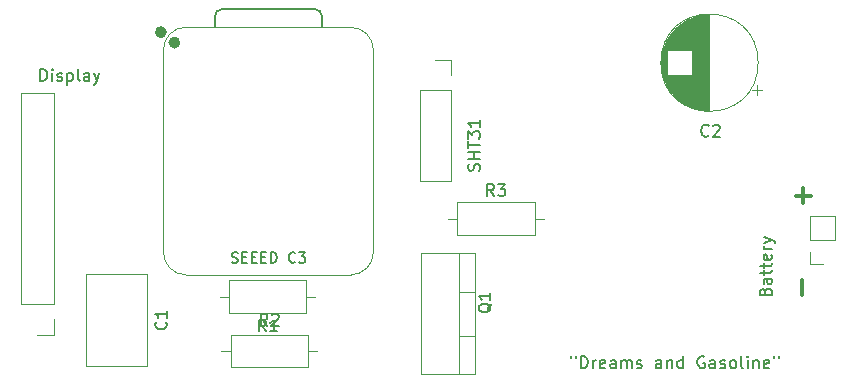
<source format=gbr>
G04 #@! TF.GenerationSoftware,KiCad,Pcbnew,9.0.4*
G04 #@! TF.CreationDate,2026-01-27T17:59:56-08:00*
G04 #@! TF.ProjectId,e-ink_PCB,652d696e-6b5f-4504-9342-2e6b69636164,rev?*
G04 #@! TF.SameCoordinates,Original*
G04 #@! TF.FileFunction,Legend,Top*
G04 #@! TF.FilePolarity,Positive*
%FSLAX46Y46*%
G04 Gerber Fmt 4.6, Leading zero omitted, Abs format (unit mm)*
G04 Created by KiCad (PCBNEW 9.0.4) date 2026-01-27 17:59:56*
%MOMM*%
%LPD*%
G01*
G04 APERTURE LIST*
%ADD10C,0.150000*%
%ADD11C,0.152400*%
%ADD12C,0.330200*%
%ADD13C,0.100000*%
%ADD14C,0.127000*%
%ADD15C,0.504000*%
%ADD16C,0.120000*%
G04 APERTURE END LIST*
D10*
X76747619Y-98054819D02*
X76747619Y-97054819D01*
X76747619Y-97054819D02*
X76985714Y-97054819D01*
X76985714Y-97054819D02*
X77128571Y-97102438D01*
X77128571Y-97102438D02*
X77223809Y-97197676D01*
X77223809Y-97197676D02*
X77271428Y-97292914D01*
X77271428Y-97292914D02*
X77319047Y-97483390D01*
X77319047Y-97483390D02*
X77319047Y-97626247D01*
X77319047Y-97626247D02*
X77271428Y-97816723D01*
X77271428Y-97816723D02*
X77223809Y-97911961D01*
X77223809Y-97911961D02*
X77128571Y-98007200D01*
X77128571Y-98007200D02*
X76985714Y-98054819D01*
X76985714Y-98054819D02*
X76747619Y-98054819D01*
X77747619Y-98054819D02*
X77747619Y-97388152D01*
X77747619Y-97054819D02*
X77700000Y-97102438D01*
X77700000Y-97102438D02*
X77747619Y-97150057D01*
X77747619Y-97150057D02*
X77795238Y-97102438D01*
X77795238Y-97102438D02*
X77747619Y-97054819D01*
X77747619Y-97054819D02*
X77747619Y-97150057D01*
X78176190Y-98007200D02*
X78271428Y-98054819D01*
X78271428Y-98054819D02*
X78461904Y-98054819D01*
X78461904Y-98054819D02*
X78557142Y-98007200D01*
X78557142Y-98007200D02*
X78604761Y-97911961D01*
X78604761Y-97911961D02*
X78604761Y-97864342D01*
X78604761Y-97864342D02*
X78557142Y-97769104D01*
X78557142Y-97769104D02*
X78461904Y-97721485D01*
X78461904Y-97721485D02*
X78319047Y-97721485D01*
X78319047Y-97721485D02*
X78223809Y-97673866D01*
X78223809Y-97673866D02*
X78176190Y-97578628D01*
X78176190Y-97578628D02*
X78176190Y-97531009D01*
X78176190Y-97531009D02*
X78223809Y-97435771D01*
X78223809Y-97435771D02*
X78319047Y-97388152D01*
X78319047Y-97388152D02*
X78461904Y-97388152D01*
X78461904Y-97388152D02*
X78557142Y-97435771D01*
X79033333Y-97388152D02*
X79033333Y-98388152D01*
X79033333Y-97435771D02*
X79128571Y-97388152D01*
X79128571Y-97388152D02*
X79319047Y-97388152D01*
X79319047Y-97388152D02*
X79414285Y-97435771D01*
X79414285Y-97435771D02*
X79461904Y-97483390D01*
X79461904Y-97483390D02*
X79509523Y-97578628D01*
X79509523Y-97578628D02*
X79509523Y-97864342D01*
X79509523Y-97864342D02*
X79461904Y-97959580D01*
X79461904Y-97959580D02*
X79414285Y-98007200D01*
X79414285Y-98007200D02*
X79319047Y-98054819D01*
X79319047Y-98054819D02*
X79128571Y-98054819D01*
X79128571Y-98054819D02*
X79033333Y-98007200D01*
X80080952Y-98054819D02*
X79985714Y-98007200D01*
X79985714Y-98007200D02*
X79938095Y-97911961D01*
X79938095Y-97911961D02*
X79938095Y-97054819D01*
X80890476Y-98054819D02*
X80890476Y-97531009D01*
X80890476Y-97531009D02*
X80842857Y-97435771D01*
X80842857Y-97435771D02*
X80747619Y-97388152D01*
X80747619Y-97388152D02*
X80557143Y-97388152D01*
X80557143Y-97388152D02*
X80461905Y-97435771D01*
X80890476Y-98007200D02*
X80795238Y-98054819D01*
X80795238Y-98054819D02*
X80557143Y-98054819D01*
X80557143Y-98054819D02*
X80461905Y-98007200D01*
X80461905Y-98007200D02*
X80414286Y-97911961D01*
X80414286Y-97911961D02*
X80414286Y-97816723D01*
X80414286Y-97816723D02*
X80461905Y-97721485D01*
X80461905Y-97721485D02*
X80557143Y-97673866D01*
X80557143Y-97673866D02*
X80795238Y-97673866D01*
X80795238Y-97673866D02*
X80890476Y-97626247D01*
X81271429Y-97388152D02*
X81509524Y-98054819D01*
X81747619Y-97388152D02*
X81509524Y-98054819D01*
X81509524Y-98054819D02*
X81414286Y-98292914D01*
X81414286Y-98292914D02*
X81366667Y-98340533D01*
X81366667Y-98340533D02*
X81271429Y-98388152D01*
D11*
X121693786Y-121351735D02*
X121693786Y-121545259D01*
X122080834Y-121351735D02*
X122080834Y-121545259D01*
X122516262Y-122367735D02*
X122516262Y-121351735D01*
X122516262Y-121351735D02*
X122758167Y-121351735D01*
X122758167Y-121351735D02*
X122903310Y-121400116D01*
X122903310Y-121400116D02*
X123000072Y-121496878D01*
X123000072Y-121496878D02*
X123048453Y-121593640D01*
X123048453Y-121593640D02*
X123096834Y-121787164D01*
X123096834Y-121787164D02*
X123096834Y-121932307D01*
X123096834Y-121932307D02*
X123048453Y-122125831D01*
X123048453Y-122125831D02*
X123000072Y-122222593D01*
X123000072Y-122222593D02*
X122903310Y-122319355D01*
X122903310Y-122319355D02*
X122758167Y-122367735D01*
X122758167Y-122367735D02*
X122516262Y-122367735D01*
X123532262Y-122367735D02*
X123532262Y-121690402D01*
X123532262Y-121883926D02*
X123580643Y-121787164D01*
X123580643Y-121787164D02*
X123629024Y-121738783D01*
X123629024Y-121738783D02*
X123725786Y-121690402D01*
X123725786Y-121690402D02*
X123822548Y-121690402D01*
X124548262Y-122319355D02*
X124451500Y-122367735D01*
X124451500Y-122367735D02*
X124257976Y-122367735D01*
X124257976Y-122367735D02*
X124161214Y-122319355D01*
X124161214Y-122319355D02*
X124112833Y-122222593D01*
X124112833Y-122222593D02*
X124112833Y-121835545D01*
X124112833Y-121835545D02*
X124161214Y-121738783D01*
X124161214Y-121738783D02*
X124257976Y-121690402D01*
X124257976Y-121690402D02*
X124451500Y-121690402D01*
X124451500Y-121690402D02*
X124548262Y-121738783D01*
X124548262Y-121738783D02*
X124596643Y-121835545D01*
X124596643Y-121835545D02*
X124596643Y-121932307D01*
X124596643Y-121932307D02*
X124112833Y-122029069D01*
X125467500Y-122367735D02*
X125467500Y-121835545D01*
X125467500Y-121835545D02*
X125419119Y-121738783D01*
X125419119Y-121738783D02*
X125322357Y-121690402D01*
X125322357Y-121690402D02*
X125128833Y-121690402D01*
X125128833Y-121690402D02*
X125032071Y-121738783D01*
X125467500Y-122319355D02*
X125370738Y-122367735D01*
X125370738Y-122367735D02*
X125128833Y-122367735D01*
X125128833Y-122367735D02*
X125032071Y-122319355D01*
X125032071Y-122319355D02*
X124983690Y-122222593D01*
X124983690Y-122222593D02*
X124983690Y-122125831D01*
X124983690Y-122125831D02*
X125032071Y-122029069D01*
X125032071Y-122029069D02*
X125128833Y-121980688D01*
X125128833Y-121980688D02*
X125370738Y-121980688D01*
X125370738Y-121980688D02*
X125467500Y-121932307D01*
X125951309Y-122367735D02*
X125951309Y-121690402D01*
X125951309Y-121787164D02*
X125999690Y-121738783D01*
X125999690Y-121738783D02*
X126096452Y-121690402D01*
X126096452Y-121690402D02*
X126241595Y-121690402D01*
X126241595Y-121690402D02*
X126338357Y-121738783D01*
X126338357Y-121738783D02*
X126386738Y-121835545D01*
X126386738Y-121835545D02*
X126386738Y-122367735D01*
X126386738Y-121835545D02*
X126435119Y-121738783D01*
X126435119Y-121738783D02*
X126531881Y-121690402D01*
X126531881Y-121690402D02*
X126677024Y-121690402D01*
X126677024Y-121690402D02*
X126773785Y-121738783D01*
X126773785Y-121738783D02*
X126822166Y-121835545D01*
X126822166Y-121835545D02*
X126822166Y-122367735D01*
X127257595Y-122319355D02*
X127354357Y-122367735D01*
X127354357Y-122367735D02*
X127547881Y-122367735D01*
X127547881Y-122367735D02*
X127644643Y-122319355D01*
X127644643Y-122319355D02*
X127693024Y-122222593D01*
X127693024Y-122222593D02*
X127693024Y-122174212D01*
X127693024Y-122174212D02*
X127644643Y-122077450D01*
X127644643Y-122077450D02*
X127547881Y-122029069D01*
X127547881Y-122029069D02*
X127402738Y-122029069D01*
X127402738Y-122029069D02*
X127305976Y-121980688D01*
X127305976Y-121980688D02*
X127257595Y-121883926D01*
X127257595Y-121883926D02*
X127257595Y-121835545D01*
X127257595Y-121835545D02*
X127305976Y-121738783D01*
X127305976Y-121738783D02*
X127402738Y-121690402D01*
X127402738Y-121690402D02*
X127547881Y-121690402D01*
X127547881Y-121690402D02*
X127644643Y-121738783D01*
X129337976Y-122367735D02*
X129337976Y-121835545D01*
X129337976Y-121835545D02*
X129289595Y-121738783D01*
X129289595Y-121738783D02*
X129192833Y-121690402D01*
X129192833Y-121690402D02*
X128999309Y-121690402D01*
X128999309Y-121690402D02*
X128902547Y-121738783D01*
X129337976Y-122319355D02*
X129241214Y-122367735D01*
X129241214Y-122367735D02*
X128999309Y-122367735D01*
X128999309Y-122367735D02*
X128902547Y-122319355D01*
X128902547Y-122319355D02*
X128854166Y-122222593D01*
X128854166Y-122222593D02*
X128854166Y-122125831D01*
X128854166Y-122125831D02*
X128902547Y-122029069D01*
X128902547Y-122029069D02*
X128999309Y-121980688D01*
X128999309Y-121980688D02*
X129241214Y-121980688D01*
X129241214Y-121980688D02*
X129337976Y-121932307D01*
X129821785Y-121690402D02*
X129821785Y-122367735D01*
X129821785Y-121787164D02*
X129870166Y-121738783D01*
X129870166Y-121738783D02*
X129966928Y-121690402D01*
X129966928Y-121690402D02*
X130112071Y-121690402D01*
X130112071Y-121690402D02*
X130208833Y-121738783D01*
X130208833Y-121738783D02*
X130257214Y-121835545D01*
X130257214Y-121835545D02*
X130257214Y-122367735D01*
X131176452Y-122367735D02*
X131176452Y-121351735D01*
X131176452Y-122319355D02*
X131079690Y-122367735D01*
X131079690Y-122367735D02*
X130886166Y-122367735D01*
X130886166Y-122367735D02*
X130789404Y-122319355D01*
X130789404Y-122319355D02*
X130741023Y-122270974D01*
X130741023Y-122270974D02*
X130692642Y-122174212D01*
X130692642Y-122174212D02*
X130692642Y-121883926D01*
X130692642Y-121883926D02*
X130741023Y-121787164D01*
X130741023Y-121787164D02*
X130789404Y-121738783D01*
X130789404Y-121738783D02*
X130886166Y-121690402D01*
X130886166Y-121690402D02*
X131079690Y-121690402D01*
X131079690Y-121690402D02*
X131176452Y-121738783D01*
X132966547Y-121400116D02*
X132869785Y-121351735D01*
X132869785Y-121351735D02*
X132724642Y-121351735D01*
X132724642Y-121351735D02*
X132579499Y-121400116D01*
X132579499Y-121400116D02*
X132482737Y-121496878D01*
X132482737Y-121496878D02*
X132434356Y-121593640D01*
X132434356Y-121593640D02*
X132385975Y-121787164D01*
X132385975Y-121787164D02*
X132385975Y-121932307D01*
X132385975Y-121932307D02*
X132434356Y-122125831D01*
X132434356Y-122125831D02*
X132482737Y-122222593D01*
X132482737Y-122222593D02*
X132579499Y-122319355D01*
X132579499Y-122319355D02*
X132724642Y-122367735D01*
X132724642Y-122367735D02*
X132821404Y-122367735D01*
X132821404Y-122367735D02*
X132966547Y-122319355D01*
X132966547Y-122319355D02*
X133014928Y-122270974D01*
X133014928Y-122270974D02*
X133014928Y-121932307D01*
X133014928Y-121932307D02*
X132821404Y-121932307D01*
X133885785Y-122367735D02*
X133885785Y-121835545D01*
X133885785Y-121835545D02*
X133837404Y-121738783D01*
X133837404Y-121738783D02*
X133740642Y-121690402D01*
X133740642Y-121690402D02*
X133547118Y-121690402D01*
X133547118Y-121690402D02*
X133450356Y-121738783D01*
X133885785Y-122319355D02*
X133789023Y-122367735D01*
X133789023Y-122367735D02*
X133547118Y-122367735D01*
X133547118Y-122367735D02*
X133450356Y-122319355D01*
X133450356Y-122319355D02*
X133401975Y-122222593D01*
X133401975Y-122222593D02*
X133401975Y-122125831D01*
X133401975Y-122125831D02*
X133450356Y-122029069D01*
X133450356Y-122029069D02*
X133547118Y-121980688D01*
X133547118Y-121980688D02*
X133789023Y-121980688D01*
X133789023Y-121980688D02*
X133885785Y-121932307D01*
X134321213Y-122319355D02*
X134417975Y-122367735D01*
X134417975Y-122367735D02*
X134611499Y-122367735D01*
X134611499Y-122367735D02*
X134708261Y-122319355D01*
X134708261Y-122319355D02*
X134756642Y-122222593D01*
X134756642Y-122222593D02*
X134756642Y-122174212D01*
X134756642Y-122174212D02*
X134708261Y-122077450D01*
X134708261Y-122077450D02*
X134611499Y-122029069D01*
X134611499Y-122029069D02*
X134466356Y-122029069D01*
X134466356Y-122029069D02*
X134369594Y-121980688D01*
X134369594Y-121980688D02*
X134321213Y-121883926D01*
X134321213Y-121883926D02*
X134321213Y-121835545D01*
X134321213Y-121835545D02*
X134369594Y-121738783D01*
X134369594Y-121738783D02*
X134466356Y-121690402D01*
X134466356Y-121690402D02*
X134611499Y-121690402D01*
X134611499Y-121690402D02*
X134708261Y-121738783D01*
X135337213Y-122367735D02*
X135240451Y-122319355D01*
X135240451Y-122319355D02*
X135192070Y-122270974D01*
X135192070Y-122270974D02*
X135143689Y-122174212D01*
X135143689Y-122174212D02*
X135143689Y-121883926D01*
X135143689Y-121883926D02*
X135192070Y-121787164D01*
X135192070Y-121787164D02*
X135240451Y-121738783D01*
X135240451Y-121738783D02*
X135337213Y-121690402D01*
X135337213Y-121690402D02*
X135482356Y-121690402D01*
X135482356Y-121690402D02*
X135579118Y-121738783D01*
X135579118Y-121738783D02*
X135627499Y-121787164D01*
X135627499Y-121787164D02*
X135675880Y-121883926D01*
X135675880Y-121883926D02*
X135675880Y-122174212D01*
X135675880Y-122174212D02*
X135627499Y-122270974D01*
X135627499Y-122270974D02*
X135579118Y-122319355D01*
X135579118Y-122319355D02*
X135482356Y-122367735D01*
X135482356Y-122367735D02*
X135337213Y-122367735D01*
X136256451Y-122367735D02*
X136159689Y-122319355D01*
X136159689Y-122319355D02*
X136111308Y-122222593D01*
X136111308Y-122222593D02*
X136111308Y-121351735D01*
X136643498Y-122367735D02*
X136643498Y-121690402D01*
X136643498Y-121351735D02*
X136595117Y-121400116D01*
X136595117Y-121400116D02*
X136643498Y-121448497D01*
X136643498Y-121448497D02*
X136691879Y-121400116D01*
X136691879Y-121400116D02*
X136643498Y-121351735D01*
X136643498Y-121351735D02*
X136643498Y-121448497D01*
X137127308Y-121690402D02*
X137127308Y-122367735D01*
X137127308Y-121787164D02*
X137175689Y-121738783D01*
X137175689Y-121738783D02*
X137272451Y-121690402D01*
X137272451Y-121690402D02*
X137417594Y-121690402D01*
X137417594Y-121690402D02*
X137514356Y-121738783D01*
X137514356Y-121738783D02*
X137562737Y-121835545D01*
X137562737Y-121835545D02*
X137562737Y-122367735D01*
X138433594Y-122319355D02*
X138336832Y-122367735D01*
X138336832Y-122367735D02*
X138143308Y-122367735D01*
X138143308Y-122367735D02*
X138046546Y-122319355D01*
X138046546Y-122319355D02*
X137998165Y-122222593D01*
X137998165Y-122222593D02*
X137998165Y-121835545D01*
X137998165Y-121835545D02*
X138046546Y-121738783D01*
X138046546Y-121738783D02*
X138143308Y-121690402D01*
X138143308Y-121690402D02*
X138336832Y-121690402D01*
X138336832Y-121690402D02*
X138433594Y-121738783D01*
X138433594Y-121738783D02*
X138481975Y-121835545D01*
X138481975Y-121835545D02*
X138481975Y-121932307D01*
X138481975Y-121932307D02*
X137998165Y-122029069D01*
X138869022Y-121351735D02*
X138869022Y-121545259D01*
X139256070Y-121351735D02*
X139256070Y-121545259D01*
D12*
X140710331Y-107751826D02*
X141968236Y-107751826D01*
X141339283Y-108380779D02*
X141339283Y-107122874D01*
X141251826Y-116189668D02*
X141251826Y-114931764D01*
D11*
X92943500Y-113401011D02*
X93070500Y-113443344D01*
X93070500Y-113443344D02*
X93282167Y-113443344D01*
X93282167Y-113443344D02*
X93366833Y-113401011D01*
X93366833Y-113401011D02*
X93409167Y-113358677D01*
X93409167Y-113358677D02*
X93451500Y-113274011D01*
X93451500Y-113274011D02*
X93451500Y-113189344D01*
X93451500Y-113189344D02*
X93409167Y-113104677D01*
X93409167Y-113104677D02*
X93366833Y-113062344D01*
X93366833Y-113062344D02*
X93282167Y-113020011D01*
X93282167Y-113020011D02*
X93112833Y-112977677D01*
X93112833Y-112977677D02*
X93028167Y-112935344D01*
X93028167Y-112935344D02*
X92985833Y-112893011D01*
X92985833Y-112893011D02*
X92943500Y-112808344D01*
X92943500Y-112808344D02*
X92943500Y-112723677D01*
X92943500Y-112723677D02*
X92985833Y-112639011D01*
X92985833Y-112639011D02*
X93028167Y-112596677D01*
X93028167Y-112596677D02*
X93112833Y-112554344D01*
X93112833Y-112554344D02*
X93324500Y-112554344D01*
X93324500Y-112554344D02*
X93451500Y-112596677D01*
X93832500Y-112977677D02*
X94128834Y-112977677D01*
X94255834Y-113443344D02*
X93832500Y-113443344D01*
X93832500Y-113443344D02*
X93832500Y-112554344D01*
X93832500Y-112554344D02*
X94255834Y-112554344D01*
X94636833Y-112977677D02*
X94933167Y-112977677D01*
X95060167Y-113443344D02*
X94636833Y-113443344D01*
X94636833Y-113443344D02*
X94636833Y-112554344D01*
X94636833Y-112554344D02*
X95060167Y-112554344D01*
X95441166Y-112977677D02*
X95737500Y-112977677D01*
X95864500Y-113443344D02*
X95441166Y-113443344D01*
X95441166Y-113443344D02*
X95441166Y-112554344D01*
X95441166Y-112554344D02*
X95864500Y-112554344D01*
X96245499Y-113443344D02*
X96245499Y-112554344D01*
X96245499Y-112554344D02*
X96457166Y-112554344D01*
X96457166Y-112554344D02*
X96584166Y-112596677D01*
X96584166Y-112596677D02*
X96668833Y-112681344D01*
X96668833Y-112681344D02*
X96711166Y-112766011D01*
X96711166Y-112766011D02*
X96753499Y-112935344D01*
X96753499Y-112935344D02*
X96753499Y-113062344D01*
X96753499Y-113062344D02*
X96711166Y-113231677D01*
X96711166Y-113231677D02*
X96668833Y-113316344D01*
X96668833Y-113316344D02*
X96584166Y-113401011D01*
X96584166Y-113401011D02*
X96457166Y-113443344D01*
X96457166Y-113443344D02*
X96245499Y-113443344D01*
X98319832Y-113358677D02*
X98277499Y-113401011D01*
X98277499Y-113401011D02*
X98150499Y-113443344D01*
X98150499Y-113443344D02*
X98065832Y-113443344D01*
X98065832Y-113443344D02*
X97938832Y-113401011D01*
X97938832Y-113401011D02*
X97854166Y-113316344D01*
X97854166Y-113316344D02*
X97811832Y-113231677D01*
X97811832Y-113231677D02*
X97769499Y-113062344D01*
X97769499Y-113062344D02*
X97769499Y-112935344D01*
X97769499Y-112935344D02*
X97811832Y-112766011D01*
X97811832Y-112766011D02*
X97854166Y-112681344D01*
X97854166Y-112681344D02*
X97938832Y-112596677D01*
X97938832Y-112596677D02*
X98065832Y-112554344D01*
X98065832Y-112554344D02*
X98150499Y-112554344D01*
X98150499Y-112554344D02*
X98277499Y-112596677D01*
X98277499Y-112596677D02*
X98319832Y-112639011D01*
X98616166Y-112554344D02*
X99166499Y-112554344D01*
X99166499Y-112554344D02*
X98870166Y-112893011D01*
X98870166Y-112893011D02*
X98997166Y-112893011D01*
X98997166Y-112893011D02*
X99081832Y-112935344D01*
X99081832Y-112935344D02*
X99124166Y-112977677D01*
X99124166Y-112977677D02*
X99166499Y-113062344D01*
X99166499Y-113062344D02*
X99166499Y-113274011D01*
X99166499Y-113274011D02*
X99124166Y-113358677D01*
X99124166Y-113358677D02*
X99081832Y-113401011D01*
X99081832Y-113401011D02*
X98997166Y-113443344D01*
X98997166Y-113443344D02*
X98743166Y-113443344D01*
X98743166Y-113443344D02*
X98658499Y-113401011D01*
X98658499Y-113401011D02*
X98616166Y-113358677D01*
D10*
X113907200Y-105642856D02*
X113954819Y-105499999D01*
X113954819Y-105499999D02*
X113954819Y-105261904D01*
X113954819Y-105261904D02*
X113907200Y-105166666D01*
X113907200Y-105166666D02*
X113859580Y-105119047D01*
X113859580Y-105119047D02*
X113764342Y-105071428D01*
X113764342Y-105071428D02*
X113669104Y-105071428D01*
X113669104Y-105071428D02*
X113573866Y-105119047D01*
X113573866Y-105119047D02*
X113526247Y-105166666D01*
X113526247Y-105166666D02*
X113478628Y-105261904D01*
X113478628Y-105261904D02*
X113431009Y-105452380D01*
X113431009Y-105452380D02*
X113383390Y-105547618D01*
X113383390Y-105547618D02*
X113335771Y-105595237D01*
X113335771Y-105595237D02*
X113240533Y-105642856D01*
X113240533Y-105642856D02*
X113145295Y-105642856D01*
X113145295Y-105642856D02*
X113050057Y-105595237D01*
X113050057Y-105595237D02*
X113002438Y-105547618D01*
X113002438Y-105547618D02*
X112954819Y-105452380D01*
X112954819Y-105452380D02*
X112954819Y-105214285D01*
X112954819Y-105214285D02*
X113002438Y-105071428D01*
X113954819Y-104642856D02*
X112954819Y-104642856D01*
X113431009Y-104642856D02*
X113431009Y-104071428D01*
X113954819Y-104071428D02*
X112954819Y-104071428D01*
X112954819Y-103738094D02*
X112954819Y-103166666D01*
X113954819Y-103452380D02*
X112954819Y-103452380D01*
X112954819Y-102928570D02*
X112954819Y-102309523D01*
X112954819Y-102309523D02*
X113335771Y-102642856D01*
X113335771Y-102642856D02*
X113335771Y-102499999D01*
X113335771Y-102499999D02*
X113383390Y-102404761D01*
X113383390Y-102404761D02*
X113431009Y-102357142D01*
X113431009Y-102357142D02*
X113526247Y-102309523D01*
X113526247Y-102309523D02*
X113764342Y-102309523D01*
X113764342Y-102309523D02*
X113859580Y-102357142D01*
X113859580Y-102357142D02*
X113907200Y-102404761D01*
X113907200Y-102404761D02*
X113954819Y-102499999D01*
X113954819Y-102499999D02*
X113954819Y-102785713D01*
X113954819Y-102785713D02*
X113907200Y-102880951D01*
X113907200Y-102880951D02*
X113859580Y-102928570D01*
X113954819Y-101357142D02*
X113954819Y-101928570D01*
X113954819Y-101642856D02*
X112954819Y-101642856D01*
X112954819Y-101642856D02*
X113097676Y-101738094D01*
X113097676Y-101738094D02*
X113192914Y-101833332D01*
X113192914Y-101833332D02*
X113240533Y-101928570D01*
X133333333Y-102659580D02*
X133285714Y-102707200D01*
X133285714Y-102707200D02*
X133142857Y-102754819D01*
X133142857Y-102754819D02*
X133047619Y-102754819D01*
X133047619Y-102754819D02*
X132904762Y-102707200D01*
X132904762Y-102707200D02*
X132809524Y-102611961D01*
X132809524Y-102611961D02*
X132761905Y-102516723D01*
X132761905Y-102516723D02*
X132714286Y-102326247D01*
X132714286Y-102326247D02*
X132714286Y-102183390D01*
X132714286Y-102183390D02*
X132761905Y-101992914D01*
X132761905Y-101992914D02*
X132809524Y-101897676D01*
X132809524Y-101897676D02*
X132904762Y-101802438D01*
X132904762Y-101802438D02*
X133047619Y-101754819D01*
X133047619Y-101754819D02*
X133142857Y-101754819D01*
X133142857Y-101754819D02*
X133285714Y-101802438D01*
X133285714Y-101802438D02*
X133333333Y-101850057D01*
X133714286Y-101850057D02*
X133761905Y-101802438D01*
X133761905Y-101802438D02*
X133857143Y-101754819D01*
X133857143Y-101754819D02*
X134095238Y-101754819D01*
X134095238Y-101754819D02*
X134190476Y-101802438D01*
X134190476Y-101802438D02*
X134238095Y-101850057D01*
X134238095Y-101850057D02*
X134285714Y-101945295D01*
X134285714Y-101945295D02*
X134285714Y-102040533D01*
X134285714Y-102040533D02*
X134238095Y-102183390D01*
X134238095Y-102183390D02*
X133666667Y-102754819D01*
X133666667Y-102754819D02*
X134285714Y-102754819D01*
X114950057Y-116895238D02*
X114902438Y-116990476D01*
X114902438Y-116990476D02*
X114807200Y-117085714D01*
X114807200Y-117085714D02*
X114664342Y-117228571D01*
X114664342Y-117228571D02*
X114616723Y-117323809D01*
X114616723Y-117323809D02*
X114616723Y-117419047D01*
X114854819Y-117371428D02*
X114807200Y-117466666D01*
X114807200Y-117466666D02*
X114711961Y-117561904D01*
X114711961Y-117561904D02*
X114521485Y-117609523D01*
X114521485Y-117609523D02*
X114188152Y-117609523D01*
X114188152Y-117609523D02*
X113997676Y-117561904D01*
X113997676Y-117561904D02*
X113902438Y-117466666D01*
X113902438Y-117466666D02*
X113854819Y-117371428D01*
X113854819Y-117371428D02*
X113854819Y-117180952D01*
X113854819Y-117180952D02*
X113902438Y-117085714D01*
X113902438Y-117085714D02*
X113997676Y-116990476D01*
X113997676Y-116990476D02*
X114188152Y-116942857D01*
X114188152Y-116942857D02*
X114521485Y-116942857D01*
X114521485Y-116942857D02*
X114711961Y-116990476D01*
X114711961Y-116990476D02*
X114807200Y-117085714D01*
X114807200Y-117085714D02*
X114854819Y-117180952D01*
X114854819Y-117180952D02*
X114854819Y-117371428D01*
X114854819Y-115990476D02*
X114854819Y-116561904D01*
X114854819Y-116276190D02*
X113854819Y-116276190D01*
X113854819Y-116276190D02*
X113997676Y-116371428D01*
X113997676Y-116371428D02*
X114092914Y-116466666D01*
X114092914Y-116466666D02*
X114140533Y-116561904D01*
X115153333Y-107784819D02*
X114820000Y-107308628D01*
X114581905Y-107784819D02*
X114581905Y-106784819D01*
X114581905Y-106784819D02*
X114962857Y-106784819D01*
X114962857Y-106784819D02*
X115058095Y-106832438D01*
X115058095Y-106832438D02*
X115105714Y-106880057D01*
X115105714Y-106880057D02*
X115153333Y-106975295D01*
X115153333Y-106975295D02*
X115153333Y-107118152D01*
X115153333Y-107118152D02*
X115105714Y-107213390D01*
X115105714Y-107213390D02*
X115058095Y-107261009D01*
X115058095Y-107261009D02*
X114962857Y-107308628D01*
X114962857Y-107308628D02*
X114581905Y-107308628D01*
X115486667Y-106784819D02*
X116105714Y-106784819D01*
X116105714Y-106784819D02*
X115772381Y-107165771D01*
X115772381Y-107165771D02*
X115915238Y-107165771D01*
X115915238Y-107165771D02*
X116010476Y-107213390D01*
X116010476Y-107213390D02*
X116058095Y-107261009D01*
X116058095Y-107261009D02*
X116105714Y-107356247D01*
X116105714Y-107356247D02*
X116105714Y-107594342D01*
X116105714Y-107594342D02*
X116058095Y-107689580D01*
X116058095Y-107689580D02*
X116010476Y-107737200D01*
X116010476Y-107737200D02*
X115915238Y-107784819D01*
X115915238Y-107784819D02*
X115629524Y-107784819D01*
X115629524Y-107784819D02*
X115534286Y-107737200D01*
X115534286Y-107737200D02*
X115486667Y-107689580D01*
X87359580Y-118466666D02*
X87407200Y-118514285D01*
X87407200Y-118514285D02*
X87454819Y-118657142D01*
X87454819Y-118657142D02*
X87454819Y-118752380D01*
X87454819Y-118752380D02*
X87407200Y-118895237D01*
X87407200Y-118895237D02*
X87311961Y-118990475D01*
X87311961Y-118990475D02*
X87216723Y-119038094D01*
X87216723Y-119038094D02*
X87026247Y-119085713D01*
X87026247Y-119085713D02*
X86883390Y-119085713D01*
X86883390Y-119085713D02*
X86692914Y-119038094D01*
X86692914Y-119038094D02*
X86597676Y-118990475D01*
X86597676Y-118990475D02*
X86502438Y-118895237D01*
X86502438Y-118895237D02*
X86454819Y-118752380D01*
X86454819Y-118752380D02*
X86454819Y-118657142D01*
X86454819Y-118657142D02*
X86502438Y-118514285D01*
X86502438Y-118514285D02*
X86550057Y-118466666D01*
X87454819Y-117514285D02*
X87454819Y-118085713D01*
X87454819Y-117799999D02*
X86454819Y-117799999D01*
X86454819Y-117799999D02*
X86597676Y-117895237D01*
X86597676Y-117895237D02*
X86692914Y-117990475D01*
X86692914Y-117990475D02*
X86740533Y-118085713D01*
X138131009Y-115871429D02*
X138178628Y-115728572D01*
X138178628Y-115728572D02*
X138226247Y-115680953D01*
X138226247Y-115680953D02*
X138321485Y-115633334D01*
X138321485Y-115633334D02*
X138464342Y-115633334D01*
X138464342Y-115633334D02*
X138559580Y-115680953D01*
X138559580Y-115680953D02*
X138607200Y-115728572D01*
X138607200Y-115728572D02*
X138654819Y-115823810D01*
X138654819Y-115823810D02*
X138654819Y-116204762D01*
X138654819Y-116204762D02*
X137654819Y-116204762D01*
X137654819Y-116204762D02*
X137654819Y-115871429D01*
X137654819Y-115871429D02*
X137702438Y-115776191D01*
X137702438Y-115776191D02*
X137750057Y-115728572D01*
X137750057Y-115728572D02*
X137845295Y-115680953D01*
X137845295Y-115680953D02*
X137940533Y-115680953D01*
X137940533Y-115680953D02*
X138035771Y-115728572D01*
X138035771Y-115728572D02*
X138083390Y-115776191D01*
X138083390Y-115776191D02*
X138131009Y-115871429D01*
X138131009Y-115871429D02*
X138131009Y-116204762D01*
X138654819Y-114776191D02*
X138131009Y-114776191D01*
X138131009Y-114776191D02*
X138035771Y-114823810D01*
X138035771Y-114823810D02*
X137988152Y-114919048D01*
X137988152Y-114919048D02*
X137988152Y-115109524D01*
X137988152Y-115109524D02*
X138035771Y-115204762D01*
X138607200Y-114776191D02*
X138654819Y-114871429D01*
X138654819Y-114871429D02*
X138654819Y-115109524D01*
X138654819Y-115109524D02*
X138607200Y-115204762D01*
X138607200Y-115204762D02*
X138511961Y-115252381D01*
X138511961Y-115252381D02*
X138416723Y-115252381D01*
X138416723Y-115252381D02*
X138321485Y-115204762D01*
X138321485Y-115204762D02*
X138273866Y-115109524D01*
X138273866Y-115109524D02*
X138273866Y-114871429D01*
X138273866Y-114871429D02*
X138226247Y-114776191D01*
X137988152Y-114442857D02*
X137988152Y-114061905D01*
X137654819Y-114300000D02*
X138511961Y-114300000D01*
X138511961Y-114300000D02*
X138607200Y-114252381D01*
X138607200Y-114252381D02*
X138654819Y-114157143D01*
X138654819Y-114157143D02*
X138654819Y-114061905D01*
X137988152Y-113871428D02*
X137988152Y-113490476D01*
X137654819Y-113728571D02*
X138511961Y-113728571D01*
X138511961Y-113728571D02*
X138607200Y-113680952D01*
X138607200Y-113680952D02*
X138654819Y-113585714D01*
X138654819Y-113585714D02*
X138654819Y-113490476D01*
X138607200Y-112776190D02*
X138654819Y-112871428D01*
X138654819Y-112871428D02*
X138654819Y-113061904D01*
X138654819Y-113061904D02*
X138607200Y-113157142D01*
X138607200Y-113157142D02*
X138511961Y-113204761D01*
X138511961Y-113204761D02*
X138131009Y-113204761D01*
X138131009Y-113204761D02*
X138035771Y-113157142D01*
X138035771Y-113157142D02*
X137988152Y-113061904D01*
X137988152Y-113061904D02*
X137988152Y-112871428D01*
X137988152Y-112871428D02*
X138035771Y-112776190D01*
X138035771Y-112776190D02*
X138131009Y-112728571D01*
X138131009Y-112728571D02*
X138226247Y-112728571D01*
X138226247Y-112728571D02*
X138321485Y-113204761D01*
X138654819Y-112299999D02*
X137988152Y-112299999D01*
X138178628Y-112299999D02*
X138083390Y-112252380D01*
X138083390Y-112252380D02*
X138035771Y-112204761D01*
X138035771Y-112204761D02*
X137988152Y-112109523D01*
X137988152Y-112109523D02*
X137988152Y-112014285D01*
X137988152Y-111776189D02*
X138654819Y-111538094D01*
X137988152Y-111299999D02*
X138654819Y-111538094D01*
X138654819Y-111538094D02*
X138892914Y-111633332D01*
X138892914Y-111633332D02*
X138940533Y-111680951D01*
X138940533Y-111680951D02*
X138988152Y-111776189D01*
X95833333Y-119254819D02*
X95500000Y-118778628D01*
X95261905Y-119254819D02*
X95261905Y-118254819D01*
X95261905Y-118254819D02*
X95642857Y-118254819D01*
X95642857Y-118254819D02*
X95738095Y-118302438D01*
X95738095Y-118302438D02*
X95785714Y-118350057D01*
X95785714Y-118350057D02*
X95833333Y-118445295D01*
X95833333Y-118445295D02*
X95833333Y-118588152D01*
X95833333Y-118588152D02*
X95785714Y-118683390D01*
X95785714Y-118683390D02*
X95738095Y-118731009D01*
X95738095Y-118731009D02*
X95642857Y-118778628D01*
X95642857Y-118778628D02*
X95261905Y-118778628D01*
X96785714Y-119254819D02*
X96214286Y-119254819D01*
X96500000Y-119254819D02*
X96500000Y-118254819D01*
X96500000Y-118254819D02*
X96404762Y-118397676D01*
X96404762Y-118397676D02*
X96309524Y-118492914D01*
X96309524Y-118492914D02*
X96214286Y-118540533D01*
X95973333Y-118754819D02*
X95640000Y-118278628D01*
X95401905Y-118754819D02*
X95401905Y-117754819D01*
X95401905Y-117754819D02*
X95782857Y-117754819D01*
X95782857Y-117754819D02*
X95878095Y-117802438D01*
X95878095Y-117802438D02*
X95925714Y-117850057D01*
X95925714Y-117850057D02*
X95973333Y-117945295D01*
X95973333Y-117945295D02*
X95973333Y-118088152D01*
X95973333Y-118088152D02*
X95925714Y-118183390D01*
X95925714Y-118183390D02*
X95878095Y-118231009D01*
X95878095Y-118231009D02*
X95782857Y-118278628D01*
X95782857Y-118278628D02*
X95401905Y-118278628D01*
X96354286Y-117850057D02*
X96401905Y-117802438D01*
X96401905Y-117802438D02*
X96497143Y-117754819D01*
X96497143Y-117754819D02*
X96735238Y-117754819D01*
X96735238Y-117754819D02*
X96830476Y-117802438D01*
X96830476Y-117802438D02*
X96878095Y-117850057D01*
X96878095Y-117850057D02*
X96925714Y-117945295D01*
X96925714Y-117945295D02*
X96925714Y-118040533D01*
X96925714Y-118040533D02*
X96878095Y-118183390D01*
X96878095Y-118183390D02*
X96306667Y-118754819D01*
X96306667Y-118754819D02*
X96925714Y-118754819D01*
D13*
G04 #@! TO.C,J1*
X87165000Y-112553000D02*
X87165000Y-95408000D01*
X89070000Y-114458000D02*
X103040000Y-114458000D01*
D14*
X91560000Y-93503000D02*
X91563728Y-92492728D01*
X92063728Y-91993000D02*
X100059000Y-91993000D01*
X100559000Y-92493000D02*
X100559000Y-93503000D01*
D13*
X103040000Y-93503000D02*
X89070000Y-93503000D01*
X104945000Y-112553000D02*
X104945000Y-95408000D01*
X87165000Y-95404000D02*
G75*
G02*
X89070000Y-93499000I1905001J-1D01*
G01*
X89070000Y-114458000D02*
G75*
G02*
X87165000Y-112553000I1J1905001D01*
G01*
D14*
X91563728Y-92492728D02*
G75*
G02*
X92063728Y-91993001I500018J-291D01*
G01*
X100059000Y-91993000D02*
G75*
G02*
X100559000Y-92493000I0J-500000D01*
G01*
D13*
X103040000Y-93503000D02*
G75*
G02*
X104945000Y-95408000I0J-1905000D01*
G01*
X104945000Y-112553000D02*
G75*
G02*
X103040000Y-114458000I-1905000J0D01*
G01*
D15*
X87207000Y-93919000D02*
G75*
G02*
X86703000Y-93919000I-252000J0D01*
G01*
X86703000Y-93919000D02*
G75*
G02*
X87207000Y-93919000I252000J0D01*
G01*
X88350000Y-94799000D02*
G75*
G02*
X87846000Y-94799000I-252000J0D01*
G01*
X87846000Y-94799000D02*
G75*
G02*
X88350000Y-94799000I252000J0D01*
G01*
D16*
G04 #@! TO.C,J3*
X108870000Y-98850000D02*
X108870000Y-106530000D01*
X108870000Y-98850000D02*
X111530000Y-98850000D01*
X108870000Y-106530000D02*
X111530000Y-106530000D01*
X110200000Y-96250000D02*
X111530000Y-96250000D01*
X111530000Y-96250000D02*
X111530000Y-97580000D01*
X111530000Y-98850000D02*
X111530000Y-106530000D01*
G04 #@! TO.C,J4*
X129322651Y-97033000D02*
X129322651Y-95967000D01*
X129362651Y-97268000D02*
X129362651Y-95732000D01*
X129402651Y-97447000D02*
X129402651Y-95553000D01*
X129442651Y-97597000D02*
X129442651Y-95403000D01*
X129482651Y-97728000D02*
X129482651Y-95272000D01*
X129522651Y-97846000D02*
X129522651Y-95154000D01*
X129562651Y-97953000D02*
X129562651Y-95047000D01*
X129602651Y-98052000D02*
X129602651Y-94948000D01*
X129642651Y-98144000D02*
X129642651Y-94856000D01*
X129682651Y-98231000D02*
X129682651Y-94769000D01*
X129722651Y-98313000D02*
X129722651Y-94687000D01*
X129762651Y-98390000D02*
X129762651Y-94610000D01*
X129802651Y-98464000D02*
X129802651Y-94536000D01*
X129842651Y-98534000D02*
X129842651Y-94466000D01*
X129882651Y-95460000D02*
X129882651Y-94399000D01*
X129882651Y-98601000D02*
X129882651Y-97540000D01*
X129922651Y-95460000D02*
X129922651Y-94335000D01*
X129922651Y-98665000D02*
X129922651Y-97540000D01*
X129962651Y-95460000D02*
X129962651Y-94273000D01*
X129962651Y-98727000D02*
X129962651Y-97540000D01*
X130002651Y-95460000D02*
X130002651Y-94213000D01*
X130002651Y-98787000D02*
X130002651Y-97540000D01*
X130042651Y-95460000D02*
X130042651Y-94156000D01*
X130042651Y-98844000D02*
X130042651Y-97540000D01*
X130082651Y-95460000D02*
X130082651Y-94100000D01*
X130082651Y-98900000D02*
X130082651Y-97540000D01*
X130122651Y-95460000D02*
X130122651Y-94047000D01*
X130122651Y-98953000D02*
X130122651Y-97540000D01*
X130162651Y-95460000D02*
X130162651Y-93995000D01*
X130162651Y-99005000D02*
X130162651Y-97540000D01*
X130202651Y-95460000D02*
X130202651Y-93945000D01*
X130202651Y-99055000D02*
X130202651Y-97540000D01*
X130242651Y-95460000D02*
X130242651Y-93896000D01*
X130242651Y-99104000D02*
X130242651Y-97540000D01*
X130282651Y-95460000D02*
X130282651Y-93849000D01*
X130282651Y-99151000D02*
X130282651Y-97540000D01*
X130322651Y-95460000D02*
X130322651Y-93804000D01*
X130322651Y-99196000D02*
X130322651Y-97540000D01*
X130362651Y-95460000D02*
X130362651Y-93759000D01*
X130362651Y-99241000D02*
X130362651Y-97540000D01*
X130402651Y-95460000D02*
X130402651Y-93716000D01*
X130402651Y-99284000D02*
X130402651Y-97540000D01*
X130442651Y-95460000D02*
X130442651Y-93674000D01*
X130442651Y-99326000D02*
X130442651Y-97540000D01*
X130482651Y-95460000D02*
X130482651Y-93633000D01*
X130482651Y-99367000D02*
X130482651Y-97540000D01*
X130522651Y-95460000D02*
X130522651Y-93594000D01*
X130522651Y-99406000D02*
X130522651Y-97540000D01*
X130562651Y-95460000D02*
X130562651Y-93555000D01*
X130562651Y-99445000D02*
X130562651Y-97540000D01*
X130602651Y-95460000D02*
X130602651Y-93518000D01*
X130602651Y-99482000D02*
X130602651Y-97540000D01*
X130642651Y-95460000D02*
X130642651Y-93481000D01*
X130642651Y-99519000D02*
X130642651Y-97540000D01*
X130682651Y-95460000D02*
X130682651Y-93445000D01*
X130682651Y-99555000D02*
X130682651Y-97540000D01*
X130722651Y-95460000D02*
X130722651Y-93411000D01*
X130722651Y-99589000D02*
X130722651Y-97540000D01*
X130762651Y-95460000D02*
X130762651Y-93377000D01*
X130762651Y-99623000D02*
X130762651Y-97540000D01*
X130802651Y-95460000D02*
X130802651Y-93344000D01*
X130802651Y-99656000D02*
X130802651Y-97540000D01*
X130842651Y-95460000D02*
X130842651Y-93312000D01*
X130842651Y-99688000D02*
X130842651Y-97540000D01*
X130882651Y-95460000D02*
X130882651Y-93281000D01*
X130882651Y-99719000D02*
X130882651Y-97540000D01*
X130922651Y-95460000D02*
X130922651Y-93250000D01*
X130922651Y-99750000D02*
X130922651Y-97540000D01*
X130962651Y-95460000D02*
X130962651Y-93220000D01*
X130962651Y-99780000D02*
X130962651Y-97540000D01*
X131002651Y-95460000D02*
X131002651Y-93191000D01*
X131002651Y-99809000D02*
X131002651Y-97540000D01*
X131042651Y-95460000D02*
X131042651Y-93163000D01*
X131042651Y-99837000D02*
X131042651Y-97540000D01*
X131082651Y-95460000D02*
X131082651Y-93135000D01*
X131082651Y-99865000D02*
X131082651Y-97540000D01*
X131122651Y-95460000D02*
X131122651Y-93108000D01*
X131122651Y-99892000D02*
X131122651Y-97540000D01*
X131162651Y-95460000D02*
X131162651Y-93082000D01*
X131162651Y-99918000D02*
X131162651Y-97540000D01*
X131202651Y-95460000D02*
X131202651Y-93057000D01*
X131202651Y-99943000D02*
X131202651Y-97540000D01*
X131242651Y-95460000D02*
X131242651Y-93032000D01*
X131242651Y-99968000D02*
X131242651Y-97540000D01*
X131282651Y-95460000D02*
X131282651Y-93007000D01*
X131282651Y-99993000D02*
X131282651Y-97540000D01*
X131322651Y-95460000D02*
X131322651Y-92984000D01*
X131322651Y-100016000D02*
X131322651Y-97540000D01*
X131362651Y-95460000D02*
X131362651Y-92961000D01*
X131362651Y-100039000D02*
X131362651Y-97540000D01*
X131402651Y-95460000D02*
X131402651Y-92938000D01*
X131402651Y-100062000D02*
X131402651Y-97540000D01*
X131442651Y-95460000D02*
X131442651Y-92916000D01*
X131442651Y-100084000D02*
X131442651Y-97540000D01*
X131482651Y-95460000D02*
X131482651Y-92895000D01*
X131482651Y-100105000D02*
X131482651Y-97540000D01*
X131522651Y-95460000D02*
X131522651Y-92874000D01*
X131522651Y-100126000D02*
X131522651Y-97540000D01*
X131562651Y-95460000D02*
X131562651Y-92854000D01*
X131562651Y-100146000D02*
X131562651Y-97540000D01*
X131602651Y-95460000D02*
X131602651Y-92834000D01*
X131602651Y-100166000D02*
X131602651Y-97540000D01*
X131642651Y-95460000D02*
X131642651Y-92815000D01*
X131642651Y-100185000D02*
X131642651Y-97540000D01*
X131682651Y-95460000D02*
X131682651Y-92796000D01*
X131682651Y-100204000D02*
X131682651Y-97540000D01*
X131722651Y-95460000D02*
X131722651Y-92778000D01*
X131722651Y-100222000D02*
X131722651Y-97540000D01*
X131762651Y-95460000D02*
X131762651Y-92760000D01*
X131762651Y-100240000D02*
X131762651Y-97540000D01*
X131802651Y-95460000D02*
X131802651Y-92743000D01*
X131802651Y-100257000D02*
X131802651Y-97540000D01*
X131842651Y-95460000D02*
X131842651Y-92727000D01*
X131842651Y-100273000D02*
X131842651Y-97540000D01*
X131882651Y-95460000D02*
X131882651Y-92711000D01*
X131882651Y-100289000D02*
X131882651Y-97540000D01*
X131922651Y-95460000D02*
X131922651Y-92695000D01*
X131922651Y-100305000D02*
X131922651Y-97540000D01*
X131962651Y-100320000D02*
X131962651Y-92680000D01*
X132002651Y-100335000D02*
X132002651Y-92665000D01*
X132042651Y-100349000D02*
X132042651Y-92651000D01*
X132082651Y-100363000D02*
X132082651Y-92637000D01*
X132122651Y-100376000D02*
X132122651Y-92624000D01*
X132162651Y-100389000D02*
X132162651Y-92611000D01*
X132202651Y-100401000D02*
X132202651Y-92599000D01*
X132242651Y-100413000D02*
X132242651Y-92587000D01*
X132282651Y-100425000D02*
X132282651Y-92575000D01*
X132322651Y-100436000D02*
X132322651Y-92564000D01*
X132362651Y-100447000D02*
X132362651Y-92553000D01*
X132402651Y-100457000D02*
X132402651Y-92543000D01*
X132442651Y-100467000D02*
X132442651Y-92533000D01*
X132482651Y-100476000D02*
X132482651Y-92524000D01*
X132522651Y-100485000D02*
X132522651Y-92515000D01*
X132562651Y-100493000D02*
X132562651Y-92507000D01*
X132602651Y-100502000D02*
X132602651Y-92498000D01*
X132642651Y-100509000D02*
X132642651Y-92491000D01*
X132682651Y-100517000D02*
X132682651Y-92483000D01*
X132722651Y-100523000D02*
X132722651Y-92477000D01*
X132762651Y-100530000D02*
X132762651Y-92470000D01*
X132802651Y-100536000D02*
X132802651Y-92464000D01*
X132842651Y-100542000D02*
X132842651Y-92458000D01*
X132882651Y-100547000D02*
X132882651Y-92453000D01*
X132922651Y-100552000D02*
X132922651Y-92448000D01*
X132962651Y-100556000D02*
X132962651Y-92444000D01*
X133002651Y-100561000D02*
X133002651Y-92439000D01*
X133042651Y-100564000D02*
X133042651Y-92436000D01*
X133082651Y-100568000D02*
X133082651Y-92432000D01*
X133122651Y-100570000D02*
X133122651Y-92430000D01*
X133162651Y-100573000D02*
X133162651Y-92427000D01*
X133202651Y-100575000D02*
X133202651Y-92425000D01*
X133242651Y-100577000D02*
X133242651Y-92423000D01*
X133282651Y-100578000D02*
X133282651Y-92422000D01*
X133322651Y-100579000D02*
X133322651Y-92421000D01*
X133362651Y-100580000D02*
X133362651Y-92420000D01*
X133402651Y-100580000D02*
X133402651Y-92420000D01*
X137412349Y-99215000D02*
X137412349Y-98415000D01*
X137812349Y-98815000D02*
X137012349Y-98815000D01*
X137522651Y-96500000D02*
G75*
G02*
X129282651Y-96500000I-4120000J0D01*
G01*
X129282651Y-96500000D02*
G75*
G02*
X137522651Y-96500000I4120000J0D01*
G01*
G04 #@! TO.C,Q1*
X108940000Y-112650000D02*
X113560000Y-112650000D01*
X108940000Y-122870000D02*
X108940000Y-112650000D01*
X112180000Y-112650000D02*
X112180000Y-122870000D01*
X113560000Y-112650000D02*
X113560000Y-122870000D01*
X113560000Y-115910000D02*
X112180000Y-115910000D01*
X113560000Y-119610000D02*
X112180000Y-119610000D01*
X113560000Y-122870000D02*
X108940000Y-122870000D01*
G04 #@! TO.C,J2*
X75120000Y-116930000D02*
X75120000Y-99040000D01*
X77880000Y-99040000D02*
X75120000Y-99040000D01*
X77880000Y-116930000D02*
X75120000Y-116930000D01*
X77880000Y-116930000D02*
X77880000Y-99040000D01*
X77880000Y-118200000D02*
X77880000Y-119580000D01*
X77880000Y-119580000D02*
X76500000Y-119580000D01*
G04 #@! TO.C,R3*
X111280000Y-109700000D02*
X112050000Y-109700000D01*
X119360000Y-109700000D02*
X118590000Y-109700000D01*
X112050000Y-108330000D02*
X118590000Y-108330000D01*
X118590000Y-111070000D01*
X112050000Y-111070000D01*
X112050000Y-108330000D01*
G04 #@! TO.C,C1*
X80580000Y-114430000D02*
X85820000Y-114430000D01*
X80580000Y-122170000D02*
X80580000Y-114430000D01*
X85820000Y-114430000D02*
X85820000Y-122170000D01*
X85820000Y-122170000D02*
X80580000Y-122170000D01*
G04 #@! TO.C,J5*
X141940000Y-111500000D02*
X141940000Y-109440000D01*
X141940000Y-113560000D02*
X141940000Y-112500000D01*
X143000000Y-113560000D02*
X141940000Y-113560000D01*
X144060000Y-109440000D02*
X141940000Y-109440000D01*
X144060000Y-111500000D02*
X141940000Y-111500000D01*
X144060000Y-111500000D02*
X144060000Y-109440000D01*
G04 #@! TO.C,R1*
X91960000Y-116300000D02*
X92730000Y-116300000D01*
X100040000Y-116300000D02*
X99270000Y-116300000D01*
X92730000Y-114930000D02*
X99270000Y-114930000D01*
X99270000Y-117670000D01*
X92730000Y-117670000D01*
X92730000Y-114930000D01*
G04 #@! TO.C,R2*
X100160000Y-120900000D02*
X99390000Y-120900000D01*
X92080000Y-120900000D02*
X92850000Y-120900000D01*
X99390000Y-122270000D02*
X92850000Y-122270000D01*
X92850000Y-119530000D01*
X99390000Y-119530000D01*
X99390000Y-122270000D01*
G04 #@! TD*
M02*

</source>
